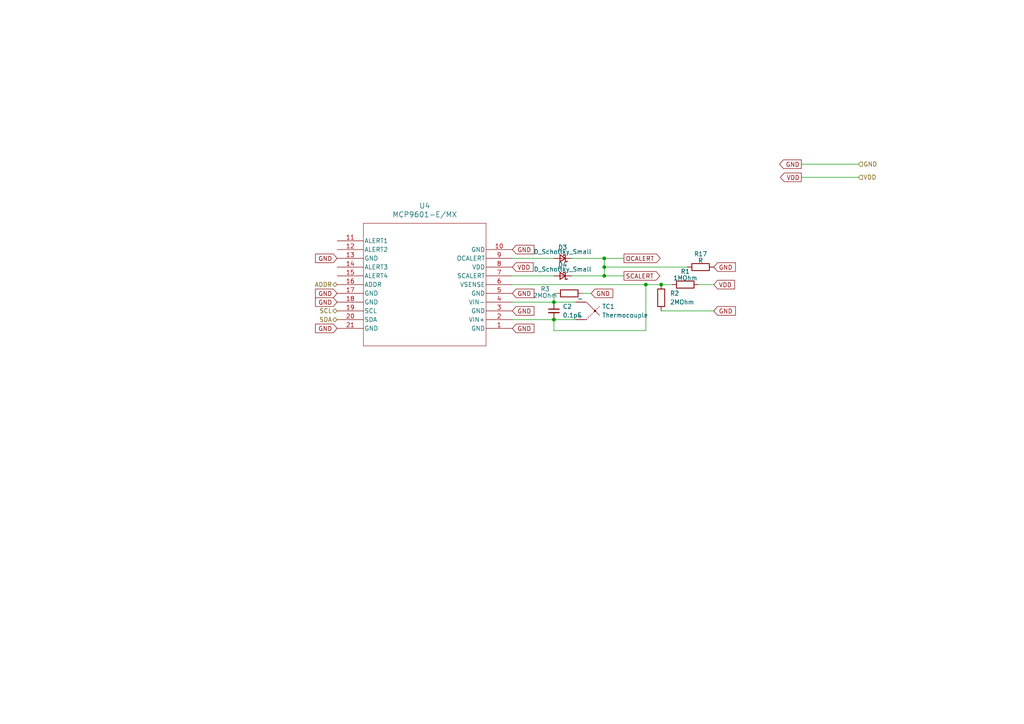
<source format=kicad_sch>
(kicad_sch (version 20230121) (generator eeschema)
  (paper "A4")
  (lib_symbols
    (symbol "Device:C_Small" (pin_numbers hide) (pin_names (offset 0.254) hide)
      (property "Reference" "C" (at 0.254 1.778 0))
      (property "Value" "C_Small" (at 0.254 -2.032 0))
      (symbol "C_Small_0_1"
        (polyline (pts (xy -1.524 -0.508) (xy 1.524 -0.508)) (stroke (width 0.3302)))
        (polyline (pts (xy -1.524 0.508) (xy 1.524 0.508)) (stroke (width 0.3048)))
      )
      (symbol "C_Small_1_1"
        (pin passive line (at 0 2.54 270) (length 2.032) (name "~") (number "1"))
        (pin passive line (at 0 -2.54 90) (length 2.032) (name "~") (number "2"))
      )
    )
    (symbol "Device:D_Schottky_Small" (pin_numbers hide) (pin_names (offset 0.254) hide)
      (property "Reference" "D" (at -1.27 2.032 0))
      (property "Value" "D_Schottky_Small" (at -7.112 -2.032 0))
      (symbol "D_Schottky_Small_0_1"
        (polyline (pts (xy -0.762 0) (xy 0.762 0)))
        (polyline (pts (xy 0.762 -1.016) (xy -0.762 0) (xy 0.762 1.016) (xy 0.762 -1.016)) (stroke (width 0.254)))
        (polyline (pts (xy -1.27 0.762) (xy -1.27 1.016) (xy -0.762 1.016) (xy -0.762 -1.016) (xy -0.254 -1.016) (xy -0.254 -0.762)) (stroke (width 0.254)))
      )
      (symbol "D_Schottky_Small_1_1"
        (pin passive line (at -2.54 0 0) (length 1.778) (name "K") (number "1"))
        (pin passive line (at 2.54 0 180) (length 1.778) (name "A") (number "2"))
      )
    )
    (symbol "Device:R" (pin_numbers hide) (pin_names (offset 0))
      (property "Reference" "R" (at 2.032 0 90))
      (property "Value" "R" (at 0 0 90))
      (symbol "R_0_1"
        (rectangle (start -1.016 -2.54) (end 1.016 2.54) (stroke (width 0.254)))
      )
      (symbol "R_1_1"
        (pin passive line (at 0 3.81 270) (length 1.27) (name "~") (number "1"))
        (pin passive line (at 0 -3.81 90) (length 1.27) (name "~") (number "2"))
      )
    )
    (symbol "Device:Thermocouple" (pin_numbers hide) (pin_names (offset 0))
      (property "Reference" "TC" (at -3.048 3.81 0))
      (property "Value" "Thermocouple" (at -5.08 -4.064 0))
      (symbol "Thermocouple_0_1"
        (circle (center -3.048 0) (radius 0.254) (fill (type outline)))
        (polyline (pts (xy -4.064 -1.016) (xy -4.318 -1.27)))
        (polyline (pts (xy -3.556 -0.508) (xy -3.81 -0.762)))
        (polyline (pts (xy -3.048 0) (xy -3.302 -0.254)))
        (polyline (pts (xy -2.54 0.508) (xy -2.794 0.254)))
        (polyline (pts (xy -2.032 1.016) (xy -2.286 0.762)))
        (polyline (pts (xy -1.524 1.524) (xy -1.778 1.27)))
        (polyline (pts (xy -1.016 2.032) (xy -1.27 1.778)))
        (polyline (pts (xy -0.508 2.54) (xy -0.762 2.286)))
        (polyline (pts (xy 0 -2.54) (xy -0.254 -2.54)))
        (polyline (pts (xy 0 2.54) (xy -0.508 2.54)))
        (polyline (pts (xy 0.254 -2.54) (xy -0.508 -2.54) (xy -4.318 1.27)))
      )
      (symbol "Thermocouple_1_1"
        (pin passive line (at 2.54 2.54 180) (length 2.54) (name "+") (number "1"))
        (pin passive line (at 2.54 -2.54 180) (length 2.54) (name "-") (number "2"))
      )
    )
    (symbol "Private:MCP9601-E_MX" (pin_names (offset 0.254))
      (property "Reference" "U" (at 25.4 10.16 0))
      (property "Value" "MCP9601-E/MX" (at 25.4 7.62 0))
      (symbol "MCP9601-E_MX_0_1"
        (polyline (pts (xy 7.62 -30.48) (xy 43.18 -30.48)) (stroke (width 0.127)))
        (polyline (pts (xy 7.62 5.08) (xy 7.62 -30.48)) (stroke (width 0.127)))
        (polyline (pts (xy 43.18 -30.48) (xy 43.18 5.08)) (stroke (width 0.127)))
        (polyline (pts (xy 43.18 5.08) (xy 7.62 5.08)) (stroke (width 0.127)))
        (pin power_out line (at 0 0 0) (length 7.62) (name "GND") (number "1"))
        (pin power_out line (at 0 -22.86 0) (length 7.62) (name "GND") (number "10"))
        (pin output line (at 50.8 -25.4 180) (length 7.62) (name "ALERT1") (number "11"))
        (pin output line (at 50.8 -22.86 180) (length 7.62) (name "ALERT2") (number "12"))
        (pin power_out line (at 50.8 -20.32 180) (length 7.62) (name "GND") (number "13"))
        (pin output line (at 50.8 -17.78 180) (length 7.62) (name "ALERT3") (number "14"))
        (pin output line (at 50.8 -15.24 180) (length 7.62) (name "ALERT4") (number "15"))
        (pin input line (at 50.8 -12.7 180) (length 7.62) (name "ADDR") (number "16"))
        (pin power_out line (at 50.8 -10.16 180) (length 7.62) (name "GND") (number "17"))
        (pin power_out line (at 50.8 -7.62 180) (length 7.62) (name "GND") (number "18"))
        (pin input line (at 50.8 -5.08 180) (length 7.62) (name "SCL") (number "19"))
        (pin input line (at 0 -2.54 0) (length 7.62) (name "VIN+") (number "2"))
        (pin bidirectional line (at 50.8 -2.54 180) (length 7.62) (name "SDA") (number "20"))
        (pin power_out line (at 50.8 0 180) (length 7.62) (name "GND") (number "21"))
        (pin power_out line (at 0 -5.08 0) (length 7.62) (name "GND") (number "3"))
        (pin input line (at 0 -7.62 0) (length 7.62) (name "VIN-") (number "4"))
        (pin power_out line (at 0 -10.16 0) (length 7.62) (name "GND") (number "5"))
        (pin input line (at 0 -12.7 0) (length 7.62) (name "VSENSE") (number "6"))
        (pin output line (at 0 -15.24 0) (length 7.62) (name "SCALERT") (number "7"))
        (pin power_in line (at 0 -17.78 0) (length 7.62) (name "VDD") (number "8"))
        (pin output line (at 0 -20.32 0) (length 7.62) (name "OCALERT") (number "9"))
      )
    )
  )
  (junction (at 160.655 87.63))
  (junction (at 175.26 74.93))
  (junction (at 160.655 92.71))
  (junction (at 175.26 80.01))
  (junction (at 175.26 77.47))
  (junction (at 191.77 82.55))
  (junction (at 187.325 82.55))
  (wire (pts (xy 187.325 82.55) (xy 187.325 95.885)))
  (wire (pts (xy 160.655 95.885) (xy 160.655 92.71)))
  (wire (pts (xy 248.92 47.625) (xy 232.41 47.625)))
  (wire (pts (xy 165.735 80.01) (xy 175.26 80.01)))
  (wire (pts (xy 160.655 92.71) (xy 167.005 92.71)))
  (wire (pts (xy 160.655 85.09) (xy 160.655 87.63)))
  (wire (pts (xy 160.655 87.63) (xy 167.005 87.63)))
  (wire (pts (xy 175.26 74.93) (xy 180.975 74.93)))
  (wire (pts (xy 148.59 92.71) (xy 160.655 92.71)))
  (wire (pts (xy 148.59 87.63) (xy 160.655 87.63)))
  (wire (pts (xy 175.26 77.47) (xy 175.26 74.93)))
  (wire (pts (xy 168.91 85.09) (xy 171.45 85.09)))
  (wire (pts (xy 161.29 85.09) (xy 160.655 85.09)))
  (wire (pts (xy 148.59 82.55) (xy 187.325 82.55)))
  (wire (pts (xy 148.59 74.93) (xy 160.655 74.93)))
  (wire (pts (xy 187.325 82.55) (xy 191.77 82.55)))
  (wire (pts (xy 148.59 80.01) (xy 160.655 80.01)))
  (wire (pts (xy 175.26 77.47) (xy 199.39 77.47)))
  (wire (pts (xy 207.01 90.17) (xy 191.77 90.17)))
  (wire (pts (xy 175.26 77.47) (xy 175.26 80.01)))
  (wire (pts (xy 165.735 74.93) (xy 175.26 74.93)))
  (wire (pts (xy 187.325 95.885) (xy 160.655 95.885)))
  (wire (pts (xy 202.565 82.55) (xy 207.01 82.55)))
  (wire (pts (xy 191.77 82.55) (xy 194.945 82.55)))
  (wire (pts (xy 175.26 80.01) (xy 180.975 80.01)))
  (wire (pts (xy 232.41 51.435) (xy 248.92 51.435)))
  (global_label "VDD" (shape input) (at 148.59 77.47 0) (property "Intersheetrefs" "${INTERSHEET_REFS}" (effects hide)))
  (global_label "GND" (shape input) (at 207.01 90.17 0) (property "Intersheetrefs" "${INTERSHEET_REFS}" (effects hide)))
  (global_label "GND" (shape input) (at 148.59 95.25 0) (property "Intersheetrefs" "${INTERSHEET_REFS}" (effects hide)))
  (global_label "GND" (shape input) (at 97.79 74.93 180) (property "Intersheetrefs" "${INTERSHEET_REFS}" (effects hide)))
  (global_label "GND" (shape input) (at 97.79 85.09 180) (property "Intersheetrefs" "${INTERSHEET_REFS}" (effects hide)))
  (global_label "GND" (shape input) (at 207.01 77.47 0) (property "Intersheetrefs" "${INTERSHEET_REFS}" (effects hide)))
  (global_label "SCALERT" (shape output) (at 180.975 80.01 0) (property "Intersheetrefs" "${INTERSHEET_REFS}" (effects hide)))
  (global_label "GND" (shape input) (at 97.79 87.63 180) (property "Intersheetrefs" "${INTERSHEET_REFS}" (effects hide)))
  (global_label "VDD" (shape input) (at 207.01 82.55 0) (property "Intersheetrefs" "${INTERSHEET_REFS}" (effects hide)))
  (global_label "GND" (shape output) (at 232.41 47.625 180) (property "Intersheetrefs" "${INTERSHEET_REFS}" (effects hide)))
  (global_label "GND" (shape input) (at 148.59 90.17 0) (property "Intersheetrefs" "${INTERSHEET_REFS}" (effects hide)))
  (global_label "GND" (shape input) (at 171.45 85.09 0) (property "Intersheetrefs" "${INTERSHEET_REFS}" (effects hide)))
  (global_label "GND" (shape input) (at 148.59 72.39 0) (property "Intersheetrefs" "${INTERSHEET_REFS}" (effects hide)))
  (global_label "GND" (shape input) (at 97.79 95.25 180) (property "Intersheetrefs" "${INTERSHEET_REFS}" (effects hide)))
  (global_label "GND" (shape input) (at 148.59 85.09 0) (property "Intersheetrefs" "${INTERSHEET_REFS}" (effects hide)))
  (global_label "VDD" (shape output) (at 232.41 51.435 180) (property "Intersheetrefs" "${INTERSHEET_REFS}" (effects hide)))
  (global_label "OCALERT" (shape output) (at 180.975 74.93 0) (property "Intersheetrefs" "${INTERSHEET_REFS}" (effects hide)))
  (hierarchical_label "VDD" (shape input) (at 248.92 51.435 0))
  (hierarchical_label "GND" (shape input) (at 248.92 47.625 0))
  (hierarchical_label "SCL" (shape bidirectional) (at 97.79 90.17 180))
  (hierarchical_label "ADDR" (shape bidirectional) (at 97.79 82.55 180))
  (hierarchical_label "SDA" (shape bidirectional) (at 97.79 92.71 180))
  (symbol (lib_id "Device:R") (at 191.77 86.36 0) (unit 1)
    (property "Reference" "R2" (at 194.31 85.09 0) (effects (justify left)))
    (property "Value" "2MOhm" (at 194.31 87.63 0) (effects (justify left)))
    (instances (project "Payload_Sensors" (path "" (reference "R2") (unit 1)) (path "" (reference "R2") (unit 1)) (path "" (reference "R30") (unit 1)) (path "" (reference "R5") (unit 1)) (path "" (reference "R9") (unit 1)) (path "" (reference "R13") (unit 1))))
  )
  (symbol (lib_id "Device:R") (at 203.2 77.47 90) (unit 1)
    (property "Reference" "R17" (at 203.2 73.66 90))
    (property "Value" "R" (at 203.2 75.565 90))
    (instances (project "Payload_Sensors" (path "" (reference "R17") (unit 1)) (path "" (reference "R17") (unit 1)) (path "" (reference "R32") (unit 1)) (path "" (reference "R7") (unit 1)) (path "" (reference "R11") (unit 1)) (path "" (reference "R15") (unit 1))))
  )
  (symbol (lib_id "Device:R") (at 198.755 82.55 90) (unit 1)
    (property "Reference" "R1" (at 198.755 78.74 90))
    (property "Value" "1MOhm" (at 198.755 80.645 90))
    (instances (project "Payload_Sensors" (path "" (reference "R1") (unit 1)) (path "" (reference "R3") (unit 1)) (path "" (reference "R31") (unit 1)) (path "" (reference "R6") (unit 1)) (path "" (reference "R10") (unit 1)) (path "" (reference "R14") (unit 1))))
  )
  (symbol (lib_id "Device:C_Small") (at 160.655 90.17 0) (unit 1)
    (property "Reference" "C2" (at 163.195 88.9063 0) (effects (justify left)))
    (property "Value" "0.1pF" (at 163.195 91.4463 0) (effects (justify left)))
    (instances (project "Payload_Sensors" (path "" (reference "C2") (unit 1)) (path "" (reference "C2") (unit 1)) (path "" (reference "C6") (unit 1)) (path "" (reference "C1") (unit 1)) (path "" (reference "C3") (unit 1)) (path "" (reference "C4") (unit 1))))
  )
  (symbol (lib_id "Device:Thermocouple") (at 169.545 90.17 180) (unit 1)
    (property "Reference" "TC1" (at 174.625 88.9 0) (effects (justify right)))
    (property "Value" "Thermocouple" (at 174.625 91.44 0) (effects (justify right)))
    (instances (project "Payload_Sensors" (path "" (reference "TC1") (unit 1)) (path "" (reference "TC1") (unit 1)) (path "" (reference "TC6") (unit 1)) (path "" (reference "TC2") (unit 1)) (path "" (reference "TC3") (unit 1)) (path "" (reference "TC4") (unit 1))))
  )
  (symbol (lib_id "Device:D_Schottky_Small") (at 163.195 80.01 180) (unit 1)
    (property "Reference" "D4" (at 163.195 76.835 0))
    (property "Value" "D_Schottky_Small" (at 163.195 78.105 0))
    (instances (project "Payload_Sensors" (path "" (reference "D4") (unit 1)) (path "" (reference "D4") (unit 1)) (path "" (reference "D12") (unit 1)) (path "" (reference "D2") (unit 1)) (path "" (reference "D6") (unit 1)) (path "" (reference "D8") (unit 1))))
  )
  (symbol (lib_id "Device:R") (at 165.1 85.09 90) (unit 1)
    (property "Reference" "R3" (at 158.115 83.82 90))
    (property "Value" "2MOhm" (at 158.115 85.725 90))
    (instances (project "Payload_Sensors" (path "" (reference "R3") (unit 1)) (path "" (reference "R1") (unit 1)) (path "" (reference "R29") (unit 1)) (path "" (reference "R4") (unit 1)) (path "" (reference "R8") (unit 1)) (path "" (reference "R12") (unit 1))))
  )
  (symbol (lib_id "Device:D_Schottky_Small") (at 163.195 74.93 180) (unit 1)
    (property "Reference" "D3" (at 163.195 71.755 0))
    (property "Value" "D_Schottky_Small" (at 163.195 73.025 0))
    (instances (project "Payload_Sensors" (path "" (reference "D3") (unit 1)) (path "" (reference "D3") (unit 1)) (path "" (reference "D11") (unit 1)) (path "" (reference "D1") (unit 1)) (path "" (reference "D5") (unit 1)) (path "" (reference "D7") (unit 1))))
  )
  (symbol (lib_id "Private:MCP9601-E_MX") (at 148.59 95.25 180) (unit 1)
    (property "Reference" "U4" (at 123.19 59.69 0) (effects (font (size 1.524 1.524))))
    (property "Value" "MCP9601-E/MX" (at 123.19 62.23 0) (effects (font (size 1.524 1.524))))
    (property "Footprint" "MQFN20_NU_MCH" (effects hide))
    (property "Datasheet" "MCP9601-E/MX" (effects hide))
    (instances (project "Payload_Sensors" (path "" (reference "U4") (unit 1)) (path "" (reference "U4") (unit 1)) (path "" (reference "U6") (unit 1)) (path "" (reference "U2") (unit 1)) (path "" (reference "U1") (unit 1)) (path "" (reference "U3") (unit 1))))
  )
)
</source>
